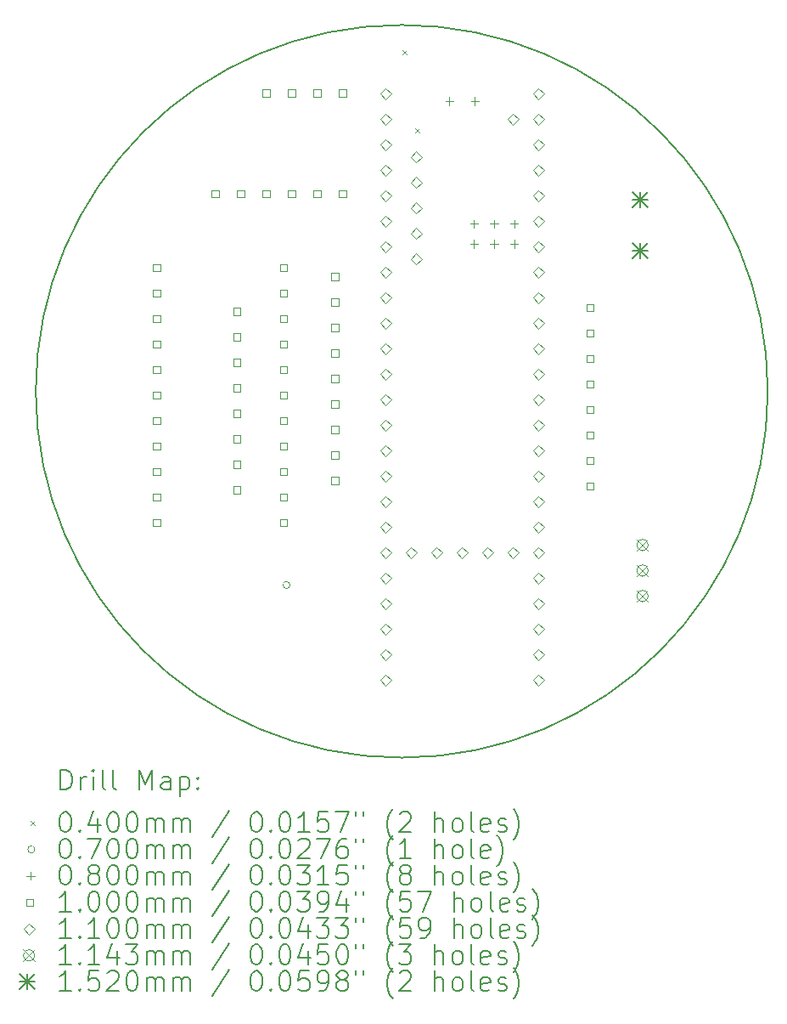
<source format=gbr>
%TF.GenerationSoftware,KiCad,Pcbnew,(6.0.8)*%
%TF.CreationDate,2023-03-06T23:42:04-08:00*%
%TF.ProjectId,ATP_Teensy,4154505f-5465-4656-9e73-792e6b696361,rev?*%
%TF.SameCoordinates,Original*%
%TF.FileFunction,Drillmap*%
%TF.FilePolarity,Positive*%
%FSLAX45Y45*%
G04 Gerber Fmt 4.5, Leading zero omitted, Abs format (unit mm)*
G04 Created by KiCad (PCBNEW (6.0.8)) date 2023-03-06 23:42:04*
%MOMM*%
%LPD*%
G01*
G04 APERTURE LIST*
%ADD10C,0.200000*%
%ADD11C,0.040000*%
%ADD12C,0.070000*%
%ADD13C,0.080000*%
%ADD14C,0.100000*%
%ADD15C,0.110000*%
%ADD16C,0.114300*%
%ADD17C,0.152000*%
G04 APERTURE END LIST*
D10*
X18923000Y-9906000D02*
G75*
G03*
X18923000Y-9906000I-3650000J0D01*
G01*
D11*
X15283500Y-6507800D02*
X15323500Y-6547800D01*
X15323500Y-6507800D02*
X15283500Y-6547800D01*
X15405300Y-7287700D02*
X15445300Y-7327700D01*
X15445300Y-7287700D02*
X15405300Y-7327700D01*
D12*
X14157400Y-11836400D02*
G75*
G03*
X14157400Y-11836400I-35000J0D01*
G01*
D13*
X15748000Y-6974000D02*
X15748000Y-7054000D01*
X15708000Y-7014000D02*
X15788000Y-7014000D01*
X15993160Y-8198000D02*
X15993160Y-8278000D01*
X15953160Y-8238000D02*
X16033160Y-8238000D01*
X15993160Y-8398000D02*
X15993160Y-8478000D01*
X15953160Y-8438000D02*
X16033160Y-8438000D01*
X16002000Y-6974000D02*
X16002000Y-7054000D01*
X15962000Y-7014000D02*
X16042000Y-7014000D01*
X16193160Y-8198000D02*
X16193160Y-8278000D01*
X16153160Y-8238000D02*
X16233160Y-8238000D01*
X16193160Y-8398000D02*
X16193160Y-8478000D01*
X16153160Y-8438000D02*
X16233160Y-8438000D01*
X16393160Y-8198000D02*
X16393160Y-8278000D01*
X16353160Y-8238000D02*
X16433160Y-8238000D01*
X16393160Y-8398000D02*
X16393160Y-8478000D01*
X16353160Y-8438000D02*
X16433160Y-8438000D01*
D14*
X12862356Y-8711356D02*
X12862356Y-8640644D01*
X12791644Y-8640644D01*
X12791644Y-8711356D01*
X12862356Y-8711356D01*
X12862356Y-8965356D02*
X12862356Y-8894644D01*
X12791644Y-8894644D01*
X12791644Y-8965356D01*
X12862356Y-8965356D01*
X12862356Y-9219356D02*
X12862356Y-9148644D01*
X12791644Y-9148644D01*
X12791644Y-9219356D01*
X12862356Y-9219356D01*
X12862356Y-9473356D02*
X12862356Y-9402644D01*
X12791644Y-9402644D01*
X12791644Y-9473356D01*
X12862356Y-9473356D01*
X12862356Y-9727356D02*
X12862356Y-9656644D01*
X12791644Y-9656644D01*
X12791644Y-9727356D01*
X12862356Y-9727356D01*
X12862356Y-9981356D02*
X12862356Y-9910644D01*
X12791644Y-9910644D01*
X12791644Y-9981356D01*
X12862356Y-9981356D01*
X12862356Y-10235356D02*
X12862356Y-10164644D01*
X12791644Y-10164644D01*
X12791644Y-10235356D01*
X12862356Y-10235356D01*
X12862356Y-10489356D02*
X12862356Y-10418644D01*
X12791644Y-10418644D01*
X12791644Y-10489356D01*
X12862356Y-10489356D01*
X12862356Y-10743356D02*
X12862356Y-10672644D01*
X12791644Y-10672644D01*
X12791644Y-10743356D01*
X12862356Y-10743356D01*
X12862356Y-10997356D02*
X12862356Y-10926644D01*
X12791644Y-10926644D01*
X12791644Y-10997356D01*
X12862356Y-10997356D01*
X12862356Y-11251356D02*
X12862356Y-11180644D01*
X12791644Y-11180644D01*
X12791644Y-11251356D01*
X12862356Y-11251356D01*
X13446556Y-7972856D02*
X13446556Y-7902144D01*
X13375844Y-7902144D01*
X13375844Y-7972856D01*
X13446556Y-7972856D01*
X13663106Y-9146981D02*
X13663106Y-9076269D01*
X13592394Y-9076269D01*
X13592394Y-9146981D01*
X13663106Y-9146981D01*
X13663106Y-9400981D02*
X13663106Y-9330269D01*
X13592394Y-9330269D01*
X13592394Y-9400981D01*
X13663106Y-9400981D01*
X13663106Y-9654981D02*
X13663106Y-9584269D01*
X13592394Y-9584269D01*
X13592394Y-9654981D01*
X13663106Y-9654981D01*
X13663106Y-9908981D02*
X13663106Y-9838269D01*
X13592394Y-9838269D01*
X13592394Y-9908981D01*
X13663106Y-9908981D01*
X13663106Y-10162981D02*
X13663106Y-10092269D01*
X13592394Y-10092269D01*
X13592394Y-10162981D01*
X13663106Y-10162981D01*
X13663106Y-10416981D02*
X13663106Y-10346269D01*
X13592394Y-10346269D01*
X13592394Y-10416981D01*
X13663106Y-10416981D01*
X13663106Y-10670981D02*
X13663106Y-10600269D01*
X13592394Y-10600269D01*
X13592394Y-10670981D01*
X13663106Y-10670981D01*
X13663106Y-10924981D02*
X13663106Y-10854269D01*
X13592394Y-10854269D01*
X13592394Y-10924981D01*
X13663106Y-10924981D01*
X13700556Y-7972856D02*
X13700556Y-7902144D01*
X13629844Y-7902144D01*
X13629844Y-7972856D01*
X13700556Y-7972856D01*
X13954556Y-7972856D02*
X13954556Y-7902144D01*
X13883844Y-7902144D01*
X13883844Y-7972856D01*
X13954556Y-7972856D01*
X13955556Y-6969556D02*
X13955556Y-6898844D01*
X13884844Y-6898844D01*
X13884844Y-6969556D01*
X13955556Y-6969556D01*
X14130356Y-8711356D02*
X14130356Y-8640644D01*
X14059644Y-8640644D01*
X14059644Y-8711356D01*
X14130356Y-8711356D01*
X14130356Y-8965356D02*
X14130356Y-8894644D01*
X14059644Y-8894644D01*
X14059644Y-8965356D01*
X14130356Y-8965356D01*
X14130356Y-9219356D02*
X14130356Y-9148644D01*
X14059644Y-9148644D01*
X14059644Y-9219356D01*
X14130356Y-9219356D01*
X14130356Y-9473356D02*
X14130356Y-9402644D01*
X14059644Y-9402644D01*
X14059644Y-9473356D01*
X14130356Y-9473356D01*
X14130356Y-9727356D02*
X14130356Y-9656644D01*
X14059644Y-9656644D01*
X14059644Y-9727356D01*
X14130356Y-9727356D01*
X14130356Y-9981356D02*
X14130356Y-9910644D01*
X14059644Y-9910644D01*
X14059644Y-9981356D01*
X14130356Y-9981356D01*
X14130356Y-10235356D02*
X14130356Y-10164644D01*
X14059644Y-10164644D01*
X14059644Y-10235356D01*
X14130356Y-10235356D01*
X14130356Y-10489356D02*
X14130356Y-10418644D01*
X14059644Y-10418644D01*
X14059644Y-10489356D01*
X14130356Y-10489356D01*
X14130356Y-10743356D02*
X14130356Y-10672644D01*
X14059644Y-10672644D01*
X14059644Y-10743356D01*
X14130356Y-10743356D01*
X14130356Y-10997356D02*
X14130356Y-10926644D01*
X14059644Y-10926644D01*
X14059644Y-10997356D01*
X14130356Y-10997356D01*
X14130356Y-11251356D02*
X14130356Y-11180644D01*
X14059644Y-11180644D01*
X14059644Y-11251356D01*
X14130356Y-11251356D01*
X14208556Y-7972856D02*
X14208556Y-7902144D01*
X14137844Y-7902144D01*
X14137844Y-7972856D01*
X14208556Y-7972856D01*
X14209556Y-6969556D02*
X14209556Y-6898844D01*
X14138844Y-6898844D01*
X14138844Y-6969556D01*
X14209556Y-6969556D01*
X14462556Y-7972856D02*
X14462556Y-7902144D01*
X14391844Y-7902144D01*
X14391844Y-7972856D01*
X14462556Y-7972856D01*
X14463556Y-6969556D02*
X14463556Y-6898844D01*
X14392844Y-6898844D01*
X14392844Y-6969556D01*
X14463556Y-6969556D01*
X14640356Y-8798356D02*
X14640356Y-8727644D01*
X14569644Y-8727644D01*
X14569644Y-8798356D01*
X14640356Y-8798356D01*
X14640356Y-9052356D02*
X14640356Y-8981644D01*
X14569644Y-8981644D01*
X14569644Y-9052356D01*
X14640356Y-9052356D01*
X14640356Y-9306356D02*
X14640356Y-9235644D01*
X14569644Y-9235644D01*
X14569644Y-9306356D01*
X14640356Y-9306356D01*
X14640356Y-9560356D02*
X14640356Y-9489644D01*
X14569644Y-9489644D01*
X14569644Y-9560356D01*
X14640356Y-9560356D01*
X14640356Y-9814356D02*
X14640356Y-9743644D01*
X14569644Y-9743644D01*
X14569644Y-9814356D01*
X14640356Y-9814356D01*
X14640356Y-10068356D02*
X14640356Y-9997644D01*
X14569644Y-9997644D01*
X14569644Y-10068356D01*
X14640356Y-10068356D01*
X14640356Y-10322356D02*
X14640356Y-10251644D01*
X14569644Y-10251644D01*
X14569644Y-10322356D01*
X14640356Y-10322356D01*
X14640356Y-10576356D02*
X14640356Y-10505644D01*
X14569644Y-10505644D01*
X14569644Y-10576356D01*
X14640356Y-10576356D01*
X14640356Y-10830356D02*
X14640356Y-10759644D01*
X14569644Y-10759644D01*
X14569644Y-10830356D01*
X14640356Y-10830356D01*
X14716556Y-7972856D02*
X14716556Y-7902144D01*
X14645844Y-7902144D01*
X14645844Y-7972856D01*
X14716556Y-7972856D01*
X14717556Y-6969556D02*
X14717556Y-6898844D01*
X14646844Y-6898844D01*
X14646844Y-6969556D01*
X14717556Y-6969556D01*
X17184856Y-9106106D02*
X17184856Y-9035394D01*
X17114144Y-9035394D01*
X17114144Y-9106106D01*
X17184856Y-9106106D01*
X17184856Y-9360106D02*
X17184856Y-9289394D01*
X17114144Y-9289394D01*
X17114144Y-9360106D01*
X17184856Y-9360106D01*
X17184856Y-9614106D02*
X17184856Y-9543394D01*
X17114144Y-9543394D01*
X17114144Y-9614106D01*
X17184856Y-9614106D01*
X17184856Y-9868106D02*
X17184856Y-9797394D01*
X17114144Y-9797394D01*
X17114144Y-9868106D01*
X17184856Y-9868106D01*
X17184856Y-10122106D02*
X17184856Y-10051394D01*
X17114144Y-10051394D01*
X17114144Y-10122106D01*
X17184856Y-10122106D01*
X17184856Y-10376106D02*
X17184856Y-10305394D01*
X17114144Y-10305394D01*
X17114144Y-10376106D01*
X17184856Y-10376106D01*
X17184856Y-10630106D02*
X17184856Y-10559394D01*
X17114144Y-10559394D01*
X17114144Y-10630106D01*
X17184856Y-10630106D01*
X17184856Y-10884106D02*
X17184856Y-10813394D01*
X17114144Y-10813394D01*
X17114144Y-10884106D01*
X17184856Y-10884106D01*
D15*
X15113000Y-6996000D02*
X15168000Y-6941000D01*
X15113000Y-6886000D01*
X15058000Y-6941000D01*
X15113000Y-6996000D01*
X15113000Y-7250000D02*
X15168000Y-7195000D01*
X15113000Y-7140000D01*
X15058000Y-7195000D01*
X15113000Y-7250000D01*
X15113000Y-7504000D02*
X15168000Y-7449000D01*
X15113000Y-7394000D01*
X15058000Y-7449000D01*
X15113000Y-7504000D01*
X15113000Y-7758000D02*
X15168000Y-7703000D01*
X15113000Y-7648000D01*
X15058000Y-7703000D01*
X15113000Y-7758000D01*
X15113000Y-8012000D02*
X15168000Y-7957000D01*
X15113000Y-7902000D01*
X15058000Y-7957000D01*
X15113000Y-8012000D01*
X15113000Y-8266000D02*
X15168000Y-8211000D01*
X15113000Y-8156000D01*
X15058000Y-8211000D01*
X15113000Y-8266000D01*
X15113000Y-8520000D02*
X15168000Y-8465000D01*
X15113000Y-8410000D01*
X15058000Y-8465000D01*
X15113000Y-8520000D01*
X15113000Y-8774000D02*
X15168000Y-8719000D01*
X15113000Y-8664000D01*
X15058000Y-8719000D01*
X15113000Y-8774000D01*
X15113000Y-9028000D02*
X15168000Y-8973000D01*
X15113000Y-8918000D01*
X15058000Y-8973000D01*
X15113000Y-9028000D01*
X15113000Y-9282000D02*
X15168000Y-9227000D01*
X15113000Y-9172000D01*
X15058000Y-9227000D01*
X15113000Y-9282000D01*
X15113000Y-9536000D02*
X15168000Y-9481000D01*
X15113000Y-9426000D01*
X15058000Y-9481000D01*
X15113000Y-9536000D01*
X15113000Y-9790000D02*
X15168000Y-9735000D01*
X15113000Y-9680000D01*
X15058000Y-9735000D01*
X15113000Y-9790000D01*
X15113000Y-10044000D02*
X15168000Y-9989000D01*
X15113000Y-9934000D01*
X15058000Y-9989000D01*
X15113000Y-10044000D01*
X15113000Y-10298000D02*
X15168000Y-10243000D01*
X15113000Y-10188000D01*
X15058000Y-10243000D01*
X15113000Y-10298000D01*
X15113000Y-10552000D02*
X15168000Y-10497000D01*
X15113000Y-10442000D01*
X15058000Y-10497000D01*
X15113000Y-10552000D01*
X15113000Y-10806000D02*
X15168000Y-10751000D01*
X15113000Y-10696000D01*
X15058000Y-10751000D01*
X15113000Y-10806000D01*
X15113000Y-11060000D02*
X15168000Y-11005000D01*
X15113000Y-10950000D01*
X15058000Y-11005000D01*
X15113000Y-11060000D01*
X15113000Y-11314000D02*
X15168000Y-11259000D01*
X15113000Y-11204000D01*
X15058000Y-11259000D01*
X15113000Y-11314000D01*
X15113000Y-11568000D02*
X15168000Y-11513000D01*
X15113000Y-11458000D01*
X15058000Y-11513000D01*
X15113000Y-11568000D01*
X15113000Y-11822000D02*
X15168000Y-11767000D01*
X15113000Y-11712000D01*
X15058000Y-11767000D01*
X15113000Y-11822000D01*
X15113000Y-12076000D02*
X15168000Y-12021000D01*
X15113000Y-11966000D01*
X15058000Y-12021000D01*
X15113000Y-12076000D01*
X15113000Y-12330000D02*
X15168000Y-12275000D01*
X15113000Y-12220000D01*
X15058000Y-12275000D01*
X15113000Y-12330000D01*
X15113000Y-12584000D02*
X15168000Y-12529000D01*
X15113000Y-12474000D01*
X15058000Y-12529000D01*
X15113000Y-12584000D01*
X15113000Y-12838000D02*
X15168000Y-12783000D01*
X15113000Y-12728000D01*
X15058000Y-12783000D01*
X15113000Y-12838000D01*
X15367000Y-11568000D02*
X15422000Y-11513000D01*
X15367000Y-11458000D01*
X15312000Y-11513000D01*
X15367000Y-11568000D01*
X15418080Y-7625920D02*
X15473080Y-7570920D01*
X15418080Y-7515920D01*
X15363080Y-7570920D01*
X15418080Y-7625920D01*
X15418080Y-7879920D02*
X15473080Y-7824920D01*
X15418080Y-7769920D01*
X15363080Y-7824920D01*
X15418080Y-7879920D01*
X15418080Y-8133920D02*
X15473080Y-8078920D01*
X15418080Y-8023920D01*
X15363080Y-8078920D01*
X15418080Y-8133920D01*
X15418080Y-8387920D02*
X15473080Y-8332920D01*
X15418080Y-8277920D01*
X15363080Y-8332920D01*
X15418080Y-8387920D01*
X15418080Y-8641920D02*
X15473080Y-8586920D01*
X15418080Y-8531920D01*
X15363080Y-8586920D01*
X15418080Y-8641920D01*
X15621000Y-11568000D02*
X15676000Y-11513000D01*
X15621000Y-11458000D01*
X15566000Y-11513000D01*
X15621000Y-11568000D01*
X15875000Y-11568000D02*
X15930000Y-11513000D01*
X15875000Y-11458000D01*
X15820000Y-11513000D01*
X15875000Y-11568000D01*
X16129000Y-11568000D02*
X16184000Y-11513000D01*
X16129000Y-11458000D01*
X16074000Y-11513000D01*
X16129000Y-11568000D01*
X16383000Y-7250000D02*
X16438000Y-7195000D01*
X16383000Y-7140000D01*
X16328000Y-7195000D01*
X16383000Y-7250000D01*
X16383000Y-11568000D02*
X16438000Y-11513000D01*
X16383000Y-11458000D01*
X16328000Y-11513000D01*
X16383000Y-11568000D01*
X16637000Y-6996000D02*
X16692000Y-6941000D01*
X16637000Y-6886000D01*
X16582000Y-6941000D01*
X16637000Y-6996000D01*
X16637000Y-7250000D02*
X16692000Y-7195000D01*
X16637000Y-7140000D01*
X16582000Y-7195000D01*
X16637000Y-7250000D01*
X16637000Y-7504000D02*
X16692000Y-7449000D01*
X16637000Y-7394000D01*
X16582000Y-7449000D01*
X16637000Y-7504000D01*
X16637000Y-7758000D02*
X16692000Y-7703000D01*
X16637000Y-7648000D01*
X16582000Y-7703000D01*
X16637000Y-7758000D01*
X16637000Y-8012000D02*
X16692000Y-7957000D01*
X16637000Y-7902000D01*
X16582000Y-7957000D01*
X16637000Y-8012000D01*
X16637000Y-8266000D02*
X16692000Y-8211000D01*
X16637000Y-8156000D01*
X16582000Y-8211000D01*
X16637000Y-8266000D01*
X16637000Y-8520000D02*
X16692000Y-8465000D01*
X16637000Y-8410000D01*
X16582000Y-8465000D01*
X16637000Y-8520000D01*
X16637000Y-8774000D02*
X16692000Y-8719000D01*
X16637000Y-8664000D01*
X16582000Y-8719000D01*
X16637000Y-8774000D01*
X16637000Y-9028000D02*
X16692000Y-8973000D01*
X16637000Y-8918000D01*
X16582000Y-8973000D01*
X16637000Y-9028000D01*
X16637000Y-9282000D02*
X16692000Y-9227000D01*
X16637000Y-9172000D01*
X16582000Y-9227000D01*
X16637000Y-9282000D01*
X16637000Y-9536000D02*
X16692000Y-9481000D01*
X16637000Y-9426000D01*
X16582000Y-9481000D01*
X16637000Y-9536000D01*
X16637000Y-9790000D02*
X16692000Y-9735000D01*
X16637000Y-9680000D01*
X16582000Y-9735000D01*
X16637000Y-9790000D01*
X16637000Y-10044000D02*
X16692000Y-9989000D01*
X16637000Y-9934000D01*
X16582000Y-9989000D01*
X16637000Y-10044000D01*
X16637000Y-10298000D02*
X16692000Y-10243000D01*
X16637000Y-10188000D01*
X16582000Y-10243000D01*
X16637000Y-10298000D01*
X16637000Y-10552000D02*
X16692000Y-10497000D01*
X16637000Y-10442000D01*
X16582000Y-10497000D01*
X16637000Y-10552000D01*
X16637000Y-10806000D02*
X16692000Y-10751000D01*
X16637000Y-10696000D01*
X16582000Y-10751000D01*
X16637000Y-10806000D01*
X16637000Y-11060000D02*
X16692000Y-11005000D01*
X16637000Y-10950000D01*
X16582000Y-11005000D01*
X16637000Y-11060000D01*
X16637000Y-11314000D02*
X16692000Y-11259000D01*
X16637000Y-11204000D01*
X16582000Y-11259000D01*
X16637000Y-11314000D01*
X16637000Y-11568000D02*
X16692000Y-11513000D01*
X16637000Y-11458000D01*
X16582000Y-11513000D01*
X16637000Y-11568000D01*
X16637000Y-11822000D02*
X16692000Y-11767000D01*
X16637000Y-11712000D01*
X16582000Y-11767000D01*
X16637000Y-11822000D01*
X16637000Y-12076000D02*
X16692000Y-12021000D01*
X16637000Y-11966000D01*
X16582000Y-12021000D01*
X16637000Y-12076000D01*
X16637000Y-12330000D02*
X16692000Y-12275000D01*
X16637000Y-12220000D01*
X16582000Y-12275000D01*
X16637000Y-12330000D01*
X16637000Y-12584000D02*
X16692000Y-12529000D01*
X16637000Y-12474000D01*
X16582000Y-12529000D01*
X16637000Y-12584000D01*
X16637000Y-12838000D02*
X16692000Y-12783000D01*
X16637000Y-12728000D01*
X16582000Y-12783000D01*
X16637000Y-12838000D01*
D16*
X17616170Y-11380450D02*
X17730470Y-11494750D01*
X17730470Y-11380450D02*
X17616170Y-11494750D01*
X17730470Y-11437600D02*
G75*
G03*
X17730470Y-11437600I-57150J0D01*
G01*
X17616170Y-11634450D02*
X17730470Y-11748750D01*
X17730470Y-11634450D02*
X17616170Y-11748750D01*
X17730470Y-11691600D02*
G75*
G03*
X17730470Y-11691600I-57150J0D01*
G01*
X17616170Y-11888450D02*
X17730470Y-12002750D01*
X17730470Y-11888450D02*
X17616170Y-12002750D01*
X17730470Y-11945600D02*
G75*
G03*
X17730470Y-11945600I-57150J0D01*
G01*
D17*
X17577000Y-7925000D02*
X17729000Y-8077000D01*
X17729000Y-7925000D02*
X17577000Y-8077000D01*
X17653000Y-7925000D02*
X17653000Y-8077000D01*
X17577000Y-8001000D02*
X17729000Y-8001000D01*
X17577000Y-8433000D02*
X17729000Y-8585000D01*
X17729000Y-8433000D02*
X17577000Y-8585000D01*
X17653000Y-8433000D02*
X17653000Y-8585000D01*
X17577000Y-8509000D02*
X17729000Y-8509000D01*
D10*
X11870619Y-13876476D02*
X11870619Y-13676476D01*
X11918238Y-13676476D01*
X11946809Y-13686000D01*
X11965857Y-13705048D01*
X11975381Y-13724095D01*
X11984905Y-13762190D01*
X11984905Y-13790762D01*
X11975381Y-13828857D01*
X11965857Y-13847905D01*
X11946809Y-13866952D01*
X11918238Y-13876476D01*
X11870619Y-13876476D01*
X12070619Y-13876476D02*
X12070619Y-13743143D01*
X12070619Y-13781238D02*
X12080143Y-13762190D01*
X12089667Y-13752667D01*
X12108714Y-13743143D01*
X12127762Y-13743143D01*
X12194428Y-13876476D02*
X12194428Y-13743143D01*
X12194428Y-13676476D02*
X12184905Y-13686000D01*
X12194428Y-13695524D01*
X12203952Y-13686000D01*
X12194428Y-13676476D01*
X12194428Y-13695524D01*
X12318238Y-13876476D02*
X12299190Y-13866952D01*
X12289667Y-13847905D01*
X12289667Y-13676476D01*
X12423000Y-13876476D02*
X12403952Y-13866952D01*
X12394428Y-13847905D01*
X12394428Y-13676476D01*
X12651571Y-13876476D02*
X12651571Y-13676476D01*
X12718238Y-13819333D01*
X12784905Y-13676476D01*
X12784905Y-13876476D01*
X12965857Y-13876476D02*
X12965857Y-13771714D01*
X12956333Y-13752667D01*
X12937286Y-13743143D01*
X12899190Y-13743143D01*
X12880143Y-13752667D01*
X12965857Y-13866952D02*
X12946809Y-13876476D01*
X12899190Y-13876476D01*
X12880143Y-13866952D01*
X12870619Y-13847905D01*
X12870619Y-13828857D01*
X12880143Y-13809809D01*
X12899190Y-13800286D01*
X12946809Y-13800286D01*
X12965857Y-13790762D01*
X13061095Y-13743143D02*
X13061095Y-13943143D01*
X13061095Y-13752667D02*
X13080143Y-13743143D01*
X13118238Y-13743143D01*
X13137286Y-13752667D01*
X13146809Y-13762190D01*
X13156333Y-13781238D01*
X13156333Y-13838381D01*
X13146809Y-13857428D01*
X13137286Y-13866952D01*
X13118238Y-13876476D01*
X13080143Y-13876476D01*
X13061095Y-13866952D01*
X13242048Y-13857428D02*
X13251571Y-13866952D01*
X13242048Y-13876476D01*
X13232524Y-13866952D01*
X13242048Y-13857428D01*
X13242048Y-13876476D01*
X13242048Y-13752667D02*
X13251571Y-13762190D01*
X13242048Y-13771714D01*
X13232524Y-13762190D01*
X13242048Y-13752667D01*
X13242048Y-13771714D01*
D11*
X11573000Y-14186000D02*
X11613000Y-14226000D01*
X11613000Y-14186000D02*
X11573000Y-14226000D01*
D10*
X11908714Y-14096476D02*
X11927762Y-14096476D01*
X11946809Y-14106000D01*
X11956333Y-14115524D01*
X11965857Y-14134571D01*
X11975381Y-14172667D01*
X11975381Y-14220286D01*
X11965857Y-14258381D01*
X11956333Y-14277428D01*
X11946809Y-14286952D01*
X11927762Y-14296476D01*
X11908714Y-14296476D01*
X11889667Y-14286952D01*
X11880143Y-14277428D01*
X11870619Y-14258381D01*
X11861095Y-14220286D01*
X11861095Y-14172667D01*
X11870619Y-14134571D01*
X11880143Y-14115524D01*
X11889667Y-14106000D01*
X11908714Y-14096476D01*
X12061095Y-14277428D02*
X12070619Y-14286952D01*
X12061095Y-14296476D01*
X12051571Y-14286952D01*
X12061095Y-14277428D01*
X12061095Y-14296476D01*
X12242048Y-14163143D02*
X12242048Y-14296476D01*
X12194428Y-14086952D02*
X12146809Y-14229809D01*
X12270619Y-14229809D01*
X12384905Y-14096476D02*
X12403952Y-14096476D01*
X12423000Y-14106000D01*
X12432524Y-14115524D01*
X12442048Y-14134571D01*
X12451571Y-14172667D01*
X12451571Y-14220286D01*
X12442048Y-14258381D01*
X12432524Y-14277428D01*
X12423000Y-14286952D01*
X12403952Y-14296476D01*
X12384905Y-14296476D01*
X12365857Y-14286952D01*
X12356333Y-14277428D01*
X12346809Y-14258381D01*
X12337286Y-14220286D01*
X12337286Y-14172667D01*
X12346809Y-14134571D01*
X12356333Y-14115524D01*
X12365857Y-14106000D01*
X12384905Y-14096476D01*
X12575381Y-14096476D02*
X12594428Y-14096476D01*
X12613476Y-14106000D01*
X12623000Y-14115524D01*
X12632524Y-14134571D01*
X12642048Y-14172667D01*
X12642048Y-14220286D01*
X12632524Y-14258381D01*
X12623000Y-14277428D01*
X12613476Y-14286952D01*
X12594428Y-14296476D01*
X12575381Y-14296476D01*
X12556333Y-14286952D01*
X12546809Y-14277428D01*
X12537286Y-14258381D01*
X12527762Y-14220286D01*
X12527762Y-14172667D01*
X12537286Y-14134571D01*
X12546809Y-14115524D01*
X12556333Y-14106000D01*
X12575381Y-14096476D01*
X12727762Y-14296476D02*
X12727762Y-14163143D01*
X12727762Y-14182190D02*
X12737286Y-14172667D01*
X12756333Y-14163143D01*
X12784905Y-14163143D01*
X12803952Y-14172667D01*
X12813476Y-14191714D01*
X12813476Y-14296476D01*
X12813476Y-14191714D02*
X12823000Y-14172667D01*
X12842048Y-14163143D01*
X12870619Y-14163143D01*
X12889667Y-14172667D01*
X12899190Y-14191714D01*
X12899190Y-14296476D01*
X12994428Y-14296476D02*
X12994428Y-14163143D01*
X12994428Y-14182190D02*
X13003952Y-14172667D01*
X13023000Y-14163143D01*
X13051571Y-14163143D01*
X13070619Y-14172667D01*
X13080143Y-14191714D01*
X13080143Y-14296476D01*
X13080143Y-14191714D02*
X13089667Y-14172667D01*
X13108714Y-14163143D01*
X13137286Y-14163143D01*
X13156333Y-14172667D01*
X13165857Y-14191714D01*
X13165857Y-14296476D01*
X13556333Y-14086952D02*
X13384905Y-14344095D01*
X13813476Y-14096476D02*
X13832524Y-14096476D01*
X13851571Y-14106000D01*
X13861095Y-14115524D01*
X13870619Y-14134571D01*
X13880143Y-14172667D01*
X13880143Y-14220286D01*
X13870619Y-14258381D01*
X13861095Y-14277428D01*
X13851571Y-14286952D01*
X13832524Y-14296476D01*
X13813476Y-14296476D01*
X13794428Y-14286952D01*
X13784905Y-14277428D01*
X13775381Y-14258381D01*
X13765857Y-14220286D01*
X13765857Y-14172667D01*
X13775381Y-14134571D01*
X13784905Y-14115524D01*
X13794428Y-14106000D01*
X13813476Y-14096476D01*
X13965857Y-14277428D02*
X13975381Y-14286952D01*
X13965857Y-14296476D01*
X13956333Y-14286952D01*
X13965857Y-14277428D01*
X13965857Y-14296476D01*
X14099190Y-14096476D02*
X14118238Y-14096476D01*
X14137286Y-14106000D01*
X14146809Y-14115524D01*
X14156333Y-14134571D01*
X14165857Y-14172667D01*
X14165857Y-14220286D01*
X14156333Y-14258381D01*
X14146809Y-14277428D01*
X14137286Y-14286952D01*
X14118238Y-14296476D01*
X14099190Y-14296476D01*
X14080143Y-14286952D01*
X14070619Y-14277428D01*
X14061095Y-14258381D01*
X14051571Y-14220286D01*
X14051571Y-14172667D01*
X14061095Y-14134571D01*
X14070619Y-14115524D01*
X14080143Y-14106000D01*
X14099190Y-14096476D01*
X14356333Y-14296476D02*
X14242048Y-14296476D01*
X14299190Y-14296476D02*
X14299190Y-14096476D01*
X14280143Y-14125048D01*
X14261095Y-14144095D01*
X14242048Y-14153619D01*
X14537286Y-14096476D02*
X14442048Y-14096476D01*
X14432524Y-14191714D01*
X14442048Y-14182190D01*
X14461095Y-14172667D01*
X14508714Y-14172667D01*
X14527762Y-14182190D01*
X14537286Y-14191714D01*
X14546809Y-14210762D01*
X14546809Y-14258381D01*
X14537286Y-14277428D01*
X14527762Y-14286952D01*
X14508714Y-14296476D01*
X14461095Y-14296476D01*
X14442048Y-14286952D01*
X14432524Y-14277428D01*
X14613476Y-14096476D02*
X14746809Y-14096476D01*
X14661095Y-14296476D01*
X14813476Y-14096476D02*
X14813476Y-14134571D01*
X14889667Y-14096476D02*
X14889667Y-14134571D01*
X15184905Y-14372667D02*
X15175381Y-14363143D01*
X15156333Y-14334571D01*
X15146809Y-14315524D01*
X15137286Y-14286952D01*
X15127762Y-14239333D01*
X15127762Y-14201238D01*
X15137286Y-14153619D01*
X15146809Y-14125048D01*
X15156333Y-14106000D01*
X15175381Y-14077428D01*
X15184905Y-14067905D01*
X15251571Y-14115524D02*
X15261095Y-14106000D01*
X15280143Y-14096476D01*
X15327762Y-14096476D01*
X15346809Y-14106000D01*
X15356333Y-14115524D01*
X15365857Y-14134571D01*
X15365857Y-14153619D01*
X15356333Y-14182190D01*
X15242048Y-14296476D01*
X15365857Y-14296476D01*
X15603952Y-14296476D02*
X15603952Y-14096476D01*
X15689667Y-14296476D02*
X15689667Y-14191714D01*
X15680143Y-14172667D01*
X15661095Y-14163143D01*
X15632524Y-14163143D01*
X15613476Y-14172667D01*
X15603952Y-14182190D01*
X15813476Y-14296476D02*
X15794428Y-14286952D01*
X15784905Y-14277428D01*
X15775381Y-14258381D01*
X15775381Y-14201238D01*
X15784905Y-14182190D01*
X15794428Y-14172667D01*
X15813476Y-14163143D01*
X15842048Y-14163143D01*
X15861095Y-14172667D01*
X15870619Y-14182190D01*
X15880143Y-14201238D01*
X15880143Y-14258381D01*
X15870619Y-14277428D01*
X15861095Y-14286952D01*
X15842048Y-14296476D01*
X15813476Y-14296476D01*
X15994428Y-14296476D02*
X15975381Y-14286952D01*
X15965857Y-14267905D01*
X15965857Y-14096476D01*
X16146809Y-14286952D02*
X16127762Y-14296476D01*
X16089667Y-14296476D01*
X16070619Y-14286952D01*
X16061095Y-14267905D01*
X16061095Y-14191714D01*
X16070619Y-14172667D01*
X16089667Y-14163143D01*
X16127762Y-14163143D01*
X16146809Y-14172667D01*
X16156333Y-14191714D01*
X16156333Y-14210762D01*
X16061095Y-14229809D01*
X16232524Y-14286952D02*
X16251571Y-14296476D01*
X16289667Y-14296476D01*
X16308714Y-14286952D01*
X16318238Y-14267905D01*
X16318238Y-14258381D01*
X16308714Y-14239333D01*
X16289667Y-14229809D01*
X16261095Y-14229809D01*
X16242048Y-14220286D01*
X16232524Y-14201238D01*
X16232524Y-14191714D01*
X16242048Y-14172667D01*
X16261095Y-14163143D01*
X16289667Y-14163143D01*
X16308714Y-14172667D01*
X16384905Y-14372667D02*
X16394428Y-14363143D01*
X16413476Y-14334571D01*
X16423000Y-14315524D01*
X16432524Y-14286952D01*
X16442048Y-14239333D01*
X16442048Y-14201238D01*
X16432524Y-14153619D01*
X16423000Y-14125048D01*
X16413476Y-14106000D01*
X16394428Y-14077428D01*
X16384905Y-14067905D01*
D12*
X11613000Y-14470000D02*
G75*
G03*
X11613000Y-14470000I-35000J0D01*
G01*
D10*
X11908714Y-14360476D02*
X11927762Y-14360476D01*
X11946809Y-14370000D01*
X11956333Y-14379524D01*
X11965857Y-14398571D01*
X11975381Y-14436667D01*
X11975381Y-14484286D01*
X11965857Y-14522381D01*
X11956333Y-14541428D01*
X11946809Y-14550952D01*
X11927762Y-14560476D01*
X11908714Y-14560476D01*
X11889667Y-14550952D01*
X11880143Y-14541428D01*
X11870619Y-14522381D01*
X11861095Y-14484286D01*
X11861095Y-14436667D01*
X11870619Y-14398571D01*
X11880143Y-14379524D01*
X11889667Y-14370000D01*
X11908714Y-14360476D01*
X12061095Y-14541428D02*
X12070619Y-14550952D01*
X12061095Y-14560476D01*
X12051571Y-14550952D01*
X12061095Y-14541428D01*
X12061095Y-14560476D01*
X12137286Y-14360476D02*
X12270619Y-14360476D01*
X12184905Y-14560476D01*
X12384905Y-14360476D02*
X12403952Y-14360476D01*
X12423000Y-14370000D01*
X12432524Y-14379524D01*
X12442048Y-14398571D01*
X12451571Y-14436667D01*
X12451571Y-14484286D01*
X12442048Y-14522381D01*
X12432524Y-14541428D01*
X12423000Y-14550952D01*
X12403952Y-14560476D01*
X12384905Y-14560476D01*
X12365857Y-14550952D01*
X12356333Y-14541428D01*
X12346809Y-14522381D01*
X12337286Y-14484286D01*
X12337286Y-14436667D01*
X12346809Y-14398571D01*
X12356333Y-14379524D01*
X12365857Y-14370000D01*
X12384905Y-14360476D01*
X12575381Y-14360476D02*
X12594428Y-14360476D01*
X12613476Y-14370000D01*
X12623000Y-14379524D01*
X12632524Y-14398571D01*
X12642048Y-14436667D01*
X12642048Y-14484286D01*
X12632524Y-14522381D01*
X12623000Y-14541428D01*
X12613476Y-14550952D01*
X12594428Y-14560476D01*
X12575381Y-14560476D01*
X12556333Y-14550952D01*
X12546809Y-14541428D01*
X12537286Y-14522381D01*
X12527762Y-14484286D01*
X12527762Y-14436667D01*
X12537286Y-14398571D01*
X12546809Y-14379524D01*
X12556333Y-14370000D01*
X12575381Y-14360476D01*
X12727762Y-14560476D02*
X12727762Y-14427143D01*
X12727762Y-14446190D02*
X12737286Y-14436667D01*
X12756333Y-14427143D01*
X12784905Y-14427143D01*
X12803952Y-14436667D01*
X12813476Y-14455714D01*
X12813476Y-14560476D01*
X12813476Y-14455714D02*
X12823000Y-14436667D01*
X12842048Y-14427143D01*
X12870619Y-14427143D01*
X12889667Y-14436667D01*
X12899190Y-14455714D01*
X12899190Y-14560476D01*
X12994428Y-14560476D02*
X12994428Y-14427143D01*
X12994428Y-14446190D02*
X13003952Y-14436667D01*
X13023000Y-14427143D01*
X13051571Y-14427143D01*
X13070619Y-14436667D01*
X13080143Y-14455714D01*
X13080143Y-14560476D01*
X13080143Y-14455714D02*
X13089667Y-14436667D01*
X13108714Y-14427143D01*
X13137286Y-14427143D01*
X13156333Y-14436667D01*
X13165857Y-14455714D01*
X13165857Y-14560476D01*
X13556333Y-14350952D02*
X13384905Y-14608095D01*
X13813476Y-14360476D02*
X13832524Y-14360476D01*
X13851571Y-14370000D01*
X13861095Y-14379524D01*
X13870619Y-14398571D01*
X13880143Y-14436667D01*
X13880143Y-14484286D01*
X13870619Y-14522381D01*
X13861095Y-14541428D01*
X13851571Y-14550952D01*
X13832524Y-14560476D01*
X13813476Y-14560476D01*
X13794428Y-14550952D01*
X13784905Y-14541428D01*
X13775381Y-14522381D01*
X13765857Y-14484286D01*
X13765857Y-14436667D01*
X13775381Y-14398571D01*
X13784905Y-14379524D01*
X13794428Y-14370000D01*
X13813476Y-14360476D01*
X13965857Y-14541428D02*
X13975381Y-14550952D01*
X13965857Y-14560476D01*
X13956333Y-14550952D01*
X13965857Y-14541428D01*
X13965857Y-14560476D01*
X14099190Y-14360476D02*
X14118238Y-14360476D01*
X14137286Y-14370000D01*
X14146809Y-14379524D01*
X14156333Y-14398571D01*
X14165857Y-14436667D01*
X14165857Y-14484286D01*
X14156333Y-14522381D01*
X14146809Y-14541428D01*
X14137286Y-14550952D01*
X14118238Y-14560476D01*
X14099190Y-14560476D01*
X14080143Y-14550952D01*
X14070619Y-14541428D01*
X14061095Y-14522381D01*
X14051571Y-14484286D01*
X14051571Y-14436667D01*
X14061095Y-14398571D01*
X14070619Y-14379524D01*
X14080143Y-14370000D01*
X14099190Y-14360476D01*
X14242048Y-14379524D02*
X14251571Y-14370000D01*
X14270619Y-14360476D01*
X14318238Y-14360476D01*
X14337286Y-14370000D01*
X14346809Y-14379524D01*
X14356333Y-14398571D01*
X14356333Y-14417619D01*
X14346809Y-14446190D01*
X14232524Y-14560476D01*
X14356333Y-14560476D01*
X14423000Y-14360476D02*
X14556333Y-14360476D01*
X14470619Y-14560476D01*
X14718238Y-14360476D02*
X14680143Y-14360476D01*
X14661095Y-14370000D01*
X14651571Y-14379524D01*
X14632524Y-14408095D01*
X14623000Y-14446190D01*
X14623000Y-14522381D01*
X14632524Y-14541428D01*
X14642048Y-14550952D01*
X14661095Y-14560476D01*
X14699190Y-14560476D01*
X14718238Y-14550952D01*
X14727762Y-14541428D01*
X14737286Y-14522381D01*
X14737286Y-14474762D01*
X14727762Y-14455714D01*
X14718238Y-14446190D01*
X14699190Y-14436667D01*
X14661095Y-14436667D01*
X14642048Y-14446190D01*
X14632524Y-14455714D01*
X14623000Y-14474762D01*
X14813476Y-14360476D02*
X14813476Y-14398571D01*
X14889667Y-14360476D02*
X14889667Y-14398571D01*
X15184905Y-14636667D02*
X15175381Y-14627143D01*
X15156333Y-14598571D01*
X15146809Y-14579524D01*
X15137286Y-14550952D01*
X15127762Y-14503333D01*
X15127762Y-14465238D01*
X15137286Y-14417619D01*
X15146809Y-14389048D01*
X15156333Y-14370000D01*
X15175381Y-14341428D01*
X15184905Y-14331905D01*
X15365857Y-14560476D02*
X15251571Y-14560476D01*
X15308714Y-14560476D02*
X15308714Y-14360476D01*
X15289667Y-14389048D01*
X15270619Y-14408095D01*
X15251571Y-14417619D01*
X15603952Y-14560476D02*
X15603952Y-14360476D01*
X15689667Y-14560476D02*
X15689667Y-14455714D01*
X15680143Y-14436667D01*
X15661095Y-14427143D01*
X15632524Y-14427143D01*
X15613476Y-14436667D01*
X15603952Y-14446190D01*
X15813476Y-14560476D02*
X15794428Y-14550952D01*
X15784905Y-14541428D01*
X15775381Y-14522381D01*
X15775381Y-14465238D01*
X15784905Y-14446190D01*
X15794428Y-14436667D01*
X15813476Y-14427143D01*
X15842048Y-14427143D01*
X15861095Y-14436667D01*
X15870619Y-14446190D01*
X15880143Y-14465238D01*
X15880143Y-14522381D01*
X15870619Y-14541428D01*
X15861095Y-14550952D01*
X15842048Y-14560476D01*
X15813476Y-14560476D01*
X15994428Y-14560476D02*
X15975381Y-14550952D01*
X15965857Y-14531905D01*
X15965857Y-14360476D01*
X16146809Y-14550952D02*
X16127762Y-14560476D01*
X16089667Y-14560476D01*
X16070619Y-14550952D01*
X16061095Y-14531905D01*
X16061095Y-14455714D01*
X16070619Y-14436667D01*
X16089667Y-14427143D01*
X16127762Y-14427143D01*
X16146809Y-14436667D01*
X16156333Y-14455714D01*
X16156333Y-14474762D01*
X16061095Y-14493809D01*
X16223000Y-14636667D02*
X16232524Y-14627143D01*
X16251571Y-14598571D01*
X16261095Y-14579524D01*
X16270619Y-14550952D01*
X16280143Y-14503333D01*
X16280143Y-14465238D01*
X16270619Y-14417619D01*
X16261095Y-14389048D01*
X16251571Y-14370000D01*
X16232524Y-14341428D01*
X16223000Y-14331905D01*
D13*
X11573000Y-14694000D02*
X11573000Y-14774000D01*
X11533000Y-14734000D02*
X11613000Y-14734000D01*
D10*
X11908714Y-14624476D02*
X11927762Y-14624476D01*
X11946809Y-14634000D01*
X11956333Y-14643524D01*
X11965857Y-14662571D01*
X11975381Y-14700667D01*
X11975381Y-14748286D01*
X11965857Y-14786381D01*
X11956333Y-14805428D01*
X11946809Y-14814952D01*
X11927762Y-14824476D01*
X11908714Y-14824476D01*
X11889667Y-14814952D01*
X11880143Y-14805428D01*
X11870619Y-14786381D01*
X11861095Y-14748286D01*
X11861095Y-14700667D01*
X11870619Y-14662571D01*
X11880143Y-14643524D01*
X11889667Y-14634000D01*
X11908714Y-14624476D01*
X12061095Y-14805428D02*
X12070619Y-14814952D01*
X12061095Y-14824476D01*
X12051571Y-14814952D01*
X12061095Y-14805428D01*
X12061095Y-14824476D01*
X12184905Y-14710190D02*
X12165857Y-14700667D01*
X12156333Y-14691143D01*
X12146809Y-14672095D01*
X12146809Y-14662571D01*
X12156333Y-14643524D01*
X12165857Y-14634000D01*
X12184905Y-14624476D01*
X12223000Y-14624476D01*
X12242048Y-14634000D01*
X12251571Y-14643524D01*
X12261095Y-14662571D01*
X12261095Y-14672095D01*
X12251571Y-14691143D01*
X12242048Y-14700667D01*
X12223000Y-14710190D01*
X12184905Y-14710190D01*
X12165857Y-14719714D01*
X12156333Y-14729238D01*
X12146809Y-14748286D01*
X12146809Y-14786381D01*
X12156333Y-14805428D01*
X12165857Y-14814952D01*
X12184905Y-14824476D01*
X12223000Y-14824476D01*
X12242048Y-14814952D01*
X12251571Y-14805428D01*
X12261095Y-14786381D01*
X12261095Y-14748286D01*
X12251571Y-14729238D01*
X12242048Y-14719714D01*
X12223000Y-14710190D01*
X12384905Y-14624476D02*
X12403952Y-14624476D01*
X12423000Y-14634000D01*
X12432524Y-14643524D01*
X12442048Y-14662571D01*
X12451571Y-14700667D01*
X12451571Y-14748286D01*
X12442048Y-14786381D01*
X12432524Y-14805428D01*
X12423000Y-14814952D01*
X12403952Y-14824476D01*
X12384905Y-14824476D01*
X12365857Y-14814952D01*
X12356333Y-14805428D01*
X12346809Y-14786381D01*
X12337286Y-14748286D01*
X12337286Y-14700667D01*
X12346809Y-14662571D01*
X12356333Y-14643524D01*
X12365857Y-14634000D01*
X12384905Y-14624476D01*
X12575381Y-14624476D02*
X12594428Y-14624476D01*
X12613476Y-14634000D01*
X12623000Y-14643524D01*
X12632524Y-14662571D01*
X12642048Y-14700667D01*
X12642048Y-14748286D01*
X12632524Y-14786381D01*
X12623000Y-14805428D01*
X12613476Y-14814952D01*
X12594428Y-14824476D01*
X12575381Y-14824476D01*
X12556333Y-14814952D01*
X12546809Y-14805428D01*
X12537286Y-14786381D01*
X12527762Y-14748286D01*
X12527762Y-14700667D01*
X12537286Y-14662571D01*
X12546809Y-14643524D01*
X12556333Y-14634000D01*
X12575381Y-14624476D01*
X12727762Y-14824476D02*
X12727762Y-14691143D01*
X12727762Y-14710190D02*
X12737286Y-14700667D01*
X12756333Y-14691143D01*
X12784905Y-14691143D01*
X12803952Y-14700667D01*
X12813476Y-14719714D01*
X12813476Y-14824476D01*
X12813476Y-14719714D02*
X12823000Y-14700667D01*
X12842048Y-14691143D01*
X12870619Y-14691143D01*
X12889667Y-14700667D01*
X12899190Y-14719714D01*
X12899190Y-14824476D01*
X12994428Y-14824476D02*
X12994428Y-14691143D01*
X12994428Y-14710190D02*
X13003952Y-14700667D01*
X13023000Y-14691143D01*
X13051571Y-14691143D01*
X13070619Y-14700667D01*
X13080143Y-14719714D01*
X13080143Y-14824476D01*
X13080143Y-14719714D02*
X13089667Y-14700667D01*
X13108714Y-14691143D01*
X13137286Y-14691143D01*
X13156333Y-14700667D01*
X13165857Y-14719714D01*
X13165857Y-14824476D01*
X13556333Y-14614952D02*
X13384905Y-14872095D01*
X13813476Y-14624476D02*
X13832524Y-14624476D01*
X13851571Y-14634000D01*
X13861095Y-14643524D01*
X13870619Y-14662571D01*
X13880143Y-14700667D01*
X13880143Y-14748286D01*
X13870619Y-14786381D01*
X13861095Y-14805428D01*
X13851571Y-14814952D01*
X13832524Y-14824476D01*
X13813476Y-14824476D01*
X13794428Y-14814952D01*
X13784905Y-14805428D01*
X13775381Y-14786381D01*
X13765857Y-14748286D01*
X13765857Y-14700667D01*
X13775381Y-14662571D01*
X13784905Y-14643524D01*
X13794428Y-14634000D01*
X13813476Y-14624476D01*
X13965857Y-14805428D02*
X13975381Y-14814952D01*
X13965857Y-14824476D01*
X13956333Y-14814952D01*
X13965857Y-14805428D01*
X13965857Y-14824476D01*
X14099190Y-14624476D02*
X14118238Y-14624476D01*
X14137286Y-14634000D01*
X14146809Y-14643524D01*
X14156333Y-14662571D01*
X14165857Y-14700667D01*
X14165857Y-14748286D01*
X14156333Y-14786381D01*
X14146809Y-14805428D01*
X14137286Y-14814952D01*
X14118238Y-14824476D01*
X14099190Y-14824476D01*
X14080143Y-14814952D01*
X14070619Y-14805428D01*
X14061095Y-14786381D01*
X14051571Y-14748286D01*
X14051571Y-14700667D01*
X14061095Y-14662571D01*
X14070619Y-14643524D01*
X14080143Y-14634000D01*
X14099190Y-14624476D01*
X14232524Y-14624476D02*
X14356333Y-14624476D01*
X14289667Y-14700667D01*
X14318238Y-14700667D01*
X14337286Y-14710190D01*
X14346809Y-14719714D01*
X14356333Y-14738762D01*
X14356333Y-14786381D01*
X14346809Y-14805428D01*
X14337286Y-14814952D01*
X14318238Y-14824476D01*
X14261095Y-14824476D01*
X14242048Y-14814952D01*
X14232524Y-14805428D01*
X14546809Y-14824476D02*
X14432524Y-14824476D01*
X14489667Y-14824476D02*
X14489667Y-14624476D01*
X14470619Y-14653048D01*
X14451571Y-14672095D01*
X14432524Y-14681619D01*
X14727762Y-14624476D02*
X14632524Y-14624476D01*
X14623000Y-14719714D01*
X14632524Y-14710190D01*
X14651571Y-14700667D01*
X14699190Y-14700667D01*
X14718238Y-14710190D01*
X14727762Y-14719714D01*
X14737286Y-14738762D01*
X14737286Y-14786381D01*
X14727762Y-14805428D01*
X14718238Y-14814952D01*
X14699190Y-14824476D01*
X14651571Y-14824476D01*
X14632524Y-14814952D01*
X14623000Y-14805428D01*
X14813476Y-14624476D02*
X14813476Y-14662571D01*
X14889667Y-14624476D02*
X14889667Y-14662571D01*
X15184905Y-14900667D02*
X15175381Y-14891143D01*
X15156333Y-14862571D01*
X15146809Y-14843524D01*
X15137286Y-14814952D01*
X15127762Y-14767333D01*
X15127762Y-14729238D01*
X15137286Y-14681619D01*
X15146809Y-14653048D01*
X15156333Y-14634000D01*
X15175381Y-14605428D01*
X15184905Y-14595905D01*
X15289667Y-14710190D02*
X15270619Y-14700667D01*
X15261095Y-14691143D01*
X15251571Y-14672095D01*
X15251571Y-14662571D01*
X15261095Y-14643524D01*
X15270619Y-14634000D01*
X15289667Y-14624476D01*
X15327762Y-14624476D01*
X15346809Y-14634000D01*
X15356333Y-14643524D01*
X15365857Y-14662571D01*
X15365857Y-14672095D01*
X15356333Y-14691143D01*
X15346809Y-14700667D01*
X15327762Y-14710190D01*
X15289667Y-14710190D01*
X15270619Y-14719714D01*
X15261095Y-14729238D01*
X15251571Y-14748286D01*
X15251571Y-14786381D01*
X15261095Y-14805428D01*
X15270619Y-14814952D01*
X15289667Y-14824476D01*
X15327762Y-14824476D01*
X15346809Y-14814952D01*
X15356333Y-14805428D01*
X15365857Y-14786381D01*
X15365857Y-14748286D01*
X15356333Y-14729238D01*
X15346809Y-14719714D01*
X15327762Y-14710190D01*
X15603952Y-14824476D02*
X15603952Y-14624476D01*
X15689667Y-14824476D02*
X15689667Y-14719714D01*
X15680143Y-14700667D01*
X15661095Y-14691143D01*
X15632524Y-14691143D01*
X15613476Y-14700667D01*
X15603952Y-14710190D01*
X15813476Y-14824476D02*
X15794428Y-14814952D01*
X15784905Y-14805428D01*
X15775381Y-14786381D01*
X15775381Y-14729238D01*
X15784905Y-14710190D01*
X15794428Y-14700667D01*
X15813476Y-14691143D01*
X15842048Y-14691143D01*
X15861095Y-14700667D01*
X15870619Y-14710190D01*
X15880143Y-14729238D01*
X15880143Y-14786381D01*
X15870619Y-14805428D01*
X15861095Y-14814952D01*
X15842048Y-14824476D01*
X15813476Y-14824476D01*
X15994428Y-14824476D02*
X15975381Y-14814952D01*
X15965857Y-14795905D01*
X15965857Y-14624476D01*
X16146809Y-14814952D02*
X16127762Y-14824476D01*
X16089667Y-14824476D01*
X16070619Y-14814952D01*
X16061095Y-14795905D01*
X16061095Y-14719714D01*
X16070619Y-14700667D01*
X16089667Y-14691143D01*
X16127762Y-14691143D01*
X16146809Y-14700667D01*
X16156333Y-14719714D01*
X16156333Y-14738762D01*
X16061095Y-14757809D01*
X16232524Y-14814952D02*
X16251571Y-14824476D01*
X16289667Y-14824476D01*
X16308714Y-14814952D01*
X16318238Y-14795905D01*
X16318238Y-14786381D01*
X16308714Y-14767333D01*
X16289667Y-14757809D01*
X16261095Y-14757809D01*
X16242048Y-14748286D01*
X16232524Y-14729238D01*
X16232524Y-14719714D01*
X16242048Y-14700667D01*
X16261095Y-14691143D01*
X16289667Y-14691143D01*
X16308714Y-14700667D01*
X16384905Y-14900667D02*
X16394428Y-14891143D01*
X16413476Y-14862571D01*
X16423000Y-14843524D01*
X16432524Y-14814952D01*
X16442048Y-14767333D01*
X16442048Y-14729238D01*
X16432524Y-14681619D01*
X16423000Y-14653048D01*
X16413476Y-14634000D01*
X16394428Y-14605428D01*
X16384905Y-14595905D01*
D14*
X11598356Y-15033356D02*
X11598356Y-14962644D01*
X11527644Y-14962644D01*
X11527644Y-15033356D01*
X11598356Y-15033356D01*
D10*
X11975381Y-15088476D02*
X11861095Y-15088476D01*
X11918238Y-15088476D02*
X11918238Y-14888476D01*
X11899190Y-14917048D01*
X11880143Y-14936095D01*
X11861095Y-14945619D01*
X12061095Y-15069428D02*
X12070619Y-15078952D01*
X12061095Y-15088476D01*
X12051571Y-15078952D01*
X12061095Y-15069428D01*
X12061095Y-15088476D01*
X12194428Y-14888476D02*
X12213476Y-14888476D01*
X12232524Y-14898000D01*
X12242048Y-14907524D01*
X12251571Y-14926571D01*
X12261095Y-14964667D01*
X12261095Y-15012286D01*
X12251571Y-15050381D01*
X12242048Y-15069428D01*
X12232524Y-15078952D01*
X12213476Y-15088476D01*
X12194428Y-15088476D01*
X12175381Y-15078952D01*
X12165857Y-15069428D01*
X12156333Y-15050381D01*
X12146809Y-15012286D01*
X12146809Y-14964667D01*
X12156333Y-14926571D01*
X12165857Y-14907524D01*
X12175381Y-14898000D01*
X12194428Y-14888476D01*
X12384905Y-14888476D02*
X12403952Y-14888476D01*
X12423000Y-14898000D01*
X12432524Y-14907524D01*
X12442048Y-14926571D01*
X12451571Y-14964667D01*
X12451571Y-15012286D01*
X12442048Y-15050381D01*
X12432524Y-15069428D01*
X12423000Y-15078952D01*
X12403952Y-15088476D01*
X12384905Y-15088476D01*
X12365857Y-15078952D01*
X12356333Y-15069428D01*
X12346809Y-15050381D01*
X12337286Y-15012286D01*
X12337286Y-14964667D01*
X12346809Y-14926571D01*
X12356333Y-14907524D01*
X12365857Y-14898000D01*
X12384905Y-14888476D01*
X12575381Y-14888476D02*
X12594428Y-14888476D01*
X12613476Y-14898000D01*
X12623000Y-14907524D01*
X12632524Y-14926571D01*
X12642048Y-14964667D01*
X12642048Y-15012286D01*
X12632524Y-15050381D01*
X12623000Y-15069428D01*
X12613476Y-15078952D01*
X12594428Y-15088476D01*
X12575381Y-15088476D01*
X12556333Y-15078952D01*
X12546809Y-15069428D01*
X12537286Y-15050381D01*
X12527762Y-15012286D01*
X12527762Y-14964667D01*
X12537286Y-14926571D01*
X12546809Y-14907524D01*
X12556333Y-14898000D01*
X12575381Y-14888476D01*
X12727762Y-15088476D02*
X12727762Y-14955143D01*
X12727762Y-14974190D02*
X12737286Y-14964667D01*
X12756333Y-14955143D01*
X12784905Y-14955143D01*
X12803952Y-14964667D01*
X12813476Y-14983714D01*
X12813476Y-15088476D01*
X12813476Y-14983714D02*
X12823000Y-14964667D01*
X12842048Y-14955143D01*
X12870619Y-14955143D01*
X12889667Y-14964667D01*
X12899190Y-14983714D01*
X12899190Y-15088476D01*
X12994428Y-15088476D02*
X12994428Y-14955143D01*
X12994428Y-14974190D02*
X13003952Y-14964667D01*
X13023000Y-14955143D01*
X13051571Y-14955143D01*
X13070619Y-14964667D01*
X13080143Y-14983714D01*
X13080143Y-15088476D01*
X13080143Y-14983714D02*
X13089667Y-14964667D01*
X13108714Y-14955143D01*
X13137286Y-14955143D01*
X13156333Y-14964667D01*
X13165857Y-14983714D01*
X13165857Y-15088476D01*
X13556333Y-14878952D02*
X13384905Y-15136095D01*
X13813476Y-14888476D02*
X13832524Y-14888476D01*
X13851571Y-14898000D01*
X13861095Y-14907524D01*
X13870619Y-14926571D01*
X13880143Y-14964667D01*
X13880143Y-15012286D01*
X13870619Y-15050381D01*
X13861095Y-15069428D01*
X13851571Y-15078952D01*
X13832524Y-15088476D01*
X13813476Y-15088476D01*
X13794428Y-15078952D01*
X13784905Y-15069428D01*
X13775381Y-15050381D01*
X13765857Y-15012286D01*
X13765857Y-14964667D01*
X13775381Y-14926571D01*
X13784905Y-14907524D01*
X13794428Y-14898000D01*
X13813476Y-14888476D01*
X13965857Y-15069428D02*
X13975381Y-15078952D01*
X13965857Y-15088476D01*
X13956333Y-15078952D01*
X13965857Y-15069428D01*
X13965857Y-15088476D01*
X14099190Y-14888476D02*
X14118238Y-14888476D01*
X14137286Y-14898000D01*
X14146809Y-14907524D01*
X14156333Y-14926571D01*
X14165857Y-14964667D01*
X14165857Y-15012286D01*
X14156333Y-15050381D01*
X14146809Y-15069428D01*
X14137286Y-15078952D01*
X14118238Y-15088476D01*
X14099190Y-15088476D01*
X14080143Y-15078952D01*
X14070619Y-15069428D01*
X14061095Y-15050381D01*
X14051571Y-15012286D01*
X14051571Y-14964667D01*
X14061095Y-14926571D01*
X14070619Y-14907524D01*
X14080143Y-14898000D01*
X14099190Y-14888476D01*
X14232524Y-14888476D02*
X14356333Y-14888476D01*
X14289667Y-14964667D01*
X14318238Y-14964667D01*
X14337286Y-14974190D01*
X14346809Y-14983714D01*
X14356333Y-15002762D01*
X14356333Y-15050381D01*
X14346809Y-15069428D01*
X14337286Y-15078952D01*
X14318238Y-15088476D01*
X14261095Y-15088476D01*
X14242048Y-15078952D01*
X14232524Y-15069428D01*
X14451571Y-15088476D02*
X14489667Y-15088476D01*
X14508714Y-15078952D01*
X14518238Y-15069428D01*
X14537286Y-15040857D01*
X14546809Y-15002762D01*
X14546809Y-14926571D01*
X14537286Y-14907524D01*
X14527762Y-14898000D01*
X14508714Y-14888476D01*
X14470619Y-14888476D01*
X14451571Y-14898000D01*
X14442048Y-14907524D01*
X14432524Y-14926571D01*
X14432524Y-14974190D01*
X14442048Y-14993238D01*
X14451571Y-15002762D01*
X14470619Y-15012286D01*
X14508714Y-15012286D01*
X14527762Y-15002762D01*
X14537286Y-14993238D01*
X14546809Y-14974190D01*
X14718238Y-14955143D02*
X14718238Y-15088476D01*
X14670619Y-14878952D02*
X14623000Y-15021809D01*
X14746809Y-15021809D01*
X14813476Y-14888476D02*
X14813476Y-14926571D01*
X14889667Y-14888476D02*
X14889667Y-14926571D01*
X15184905Y-15164667D02*
X15175381Y-15155143D01*
X15156333Y-15126571D01*
X15146809Y-15107524D01*
X15137286Y-15078952D01*
X15127762Y-15031333D01*
X15127762Y-14993238D01*
X15137286Y-14945619D01*
X15146809Y-14917048D01*
X15156333Y-14898000D01*
X15175381Y-14869428D01*
X15184905Y-14859905D01*
X15356333Y-14888476D02*
X15261095Y-14888476D01*
X15251571Y-14983714D01*
X15261095Y-14974190D01*
X15280143Y-14964667D01*
X15327762Y-14964667D01*
X15346809Y-14974190D01*
X15356333Y-14983714D01*
X15365857Y-15002762D01*
X15365857Y-15050381D01*
X15356333Y-15069428D01*
X15346809Y-15078952D01*
X15327762Y-15088476D01*
X15280143Y-15088476D01*
X15261095Y-15078952D01*
X15251571Y-15069428D01*
X15432524Y-14888476D02*
X15565857Y-14888476D01*
X15480143Y-15088476D01*
X15794428Y-15088476D02*
X15794428Y-14888476D01*
X15880143Y-15088476D02*
X15880143Y-14983714D01*
X15870619Y-14964667D01*
X15851571Y-14955143D01*
X15823000Y-14955143D01*
X15803952Y-14964667D01*
X15794428Y-14974190D01*
X16003952Y-15088476D02*
X15984905Y-15078952D01*
X15975381Y-15069428D01*
X15965857Y-15050381D01*
X15965857Y-14993238D01*
X15975381Y-14974190D01*
X15984905Y-14964667D01*
X16003952Y-14955143D01*
X16032524Y-14955143D01*
X16051571Y-14964667D01*
X16061095Y-14974190D01*
X16070619Y-14993238D01*
X16070619Y-15050381D01*
X16061095Y-15069428D01*
X16051571Y-15078952D01*
X16032524Y-15088476D01*
X16003952Y-15088476D01*
X16184905Y-15088476D02*
X16165857Y-15078952D01*
X16156333Y-15059905D01*
X16156333Y-14888476D01*
X16337286Y-15078952D02*
X16318238Y-15088476D01*
X16280143Y-15088476D01*
X16261095Y-15078952D01*
X16251571Y-15059905D01*
X16251571Y-14983714D01*
X16261095Y-14964667D01*
X16280143Y-14955143D01*
X16318238Y-14955143D01*
X16337286Y-14964667D01*
X16346809Y-14983714D01*
X16346809Y-15002762D01*
X16251571Y-15021809D01*
X16423000Y-15078952D02*
X16442048Y-15088476D01*
X16480143Y-15088476D01*
X16499190Y-15078952D01*
X16508714Y-15059905D01*
X16508714Y-15050381D01*
X16499190Y-15031333D01*
X16480143Y-15021809D01*
X16451571Y-15021809D01*
X16432524Y-15012286D01*
X16423000Y-14993238D01*
X16423000Y-14983714D01*
X16432524Y-14964667D01*
X16451571Y-14955143D01*
X16480143Y-14955143D01*
X16499190Y-14964667D01*
X16575381Y-15164667D02*
X16584905Y-15155143D01*
X16603952Y-15126571D01*
X16613476Y-15107524D01*
X16623000Y-15078952D01*
X16632524Y-15031333D01*
X16632524Y-14993238D01*
X16623000Y-14945619D01*
X16613476Y-14917048D01*
X16603952Y-14898000D01*
X16584905Y-14869428D01*
X16575381Y-14859905D01*
D15*
X11558000Y-15317000D02*
X11613000Y-15262000D01*
X11558000Y-15207000D01*
X11503000Y-15262000D01*
X11558000Y-15317000D01*
D10*
X11975381Y-15352476D02*
X11861095Y-15352476D01*
X11918238Y-15352476D02*
X11918238Y-15152476D01*
X11899190Y-15181048D01*
X11880143Y-15200095D01*
X11861095Y-15209619D01*
X12061095Y-15333428D02*
X12070619Y-15342952D01*
X12061095Y-15352476D01*
X12051571Y-15342952D01*
X12061095Y-15333428D01*
X12061095Y-15352476D01*
X12261095Y-15352476D02*
X12146809Y-15352476D01*
X12203952Y-15352476D02*
X12203952Y-15152476D01*
X12184905Y-15181048D01*
X12165857Y-15200095D01*
X12146809Y-15209619D01*
X12384905Y-15152476D02*
X12403952Y-15152476D01*
X12423000Y-15162000D01*
X12432524Y-15171524D01*
X12442048Y-15190571D01*
X12451571Y-15228667D01*
X12451571Y-15276286D01*
X12442048Y-15314381D01*
X12432524Y-15333428D01*
X12423000Y-15342952D01*
X12403952Y-15352476D01*
X12384905Y-15352476D01*
X12365857Y-15342952D01*
X12356333Y-15333428D01*
X12346809Y-15314381D01*
X12337286Y-15276286D01*
X12337286Y-15228667D01*
X12346809Y-15190571D01*
X12356333Y-15171524D01*
X12365857Y-15162000D01*
X12384905Y-15152476D01*
X12575381Y-15152476D02*
X12594428Y-15152476D01*
X12613476Y-15162000D01*
X12623000Y-15171524D01*
X12632524Y-15190571D01*
X12642048Y-15228667D01*
X12642048Y-15276286D01*
X12632524Y-15314381D01*
X12623000Y-15333428D01*
X12613476Y-15342952D01*
X12594428Y-15352476D01*
X12575381Y-15352476D01*
X12556333Y-15342952D01*
X12546809Y-15333428D01*
X12537286Y-15314381D01*
X12527762Y-15276286D01*
X12527762Y-15228667D01*
X12537286Y-15190571D01*
X12546809Y-15171524D01*
X12556333Y-15162000D01*
X12575381Y-15152476D01*
X12727762Y-15352476D02*
X12727762Y-15219143D01*
X12727762Y-15238190D02*
X12737286Y-15228667D01*
X12756333Y-15219143D01*
X12784905Y-15219143D01*
X12803952Y-15228667D01*
X12813476Y-15247714D01*
X12813476Y-15352476D01*
X12813476Y-15247714D02*
X12823000Y-15228667D01*
X12842048Y-15219143D01*
X12870619Y-15219143D01*
X12889667Y-15228667D01*
X12899190Y-15247714D01*
X12899190Y-15352476D01*
X12994428Y-15352476D02*
X12994428Y-15219143D01*
X12994428Y-15238190D02*
X13003952Y-15228667D01*
X13023000Y-15219143D01*
X13051571Y-15219143D01*
X13070619Y-15228667D01*
X13080143Y-15247714D01*
X13080143Y-15352476D01*
X13080143Y-15247714D02*
X13089667Y-15228667D01*
X13108714Y-15219143D01*
X13137286Y-15219143D01*
X13156333Y-15228667D01*
X13165857Y-15247714D01*
X13165857Y-15352476D01*
X13556333Y-15142952D02*
X13384905Y-15400095D01*
X13813476Y-15152476D02*
X13832524Y-15152476D01*
X13851571Y-15162000D01*
X13861095Y-15171524D01*
X13870619Y-15190571D01*
X13880143Y-15228667D01*
X13880143Y-15276286D01*
X13870619Y-15314381D01*
X13861095Y-15333428D01*
X13851571Y-15342952D01*
X13832524Y-15352476D01*
X13813476Y-15352476D01*
X13794428Y-15342952D01*
X13784905Y-15333428D01*
X13775381Y-15314381D01*
X13765857Y-15276286D01*
X13765857Y-15228667D01*
X13775381Y-15190571D01*
X13784905Y-15171524D01*
X13794428Y-15162000D01*
X13813476Y-15152476D01*
X13965857Y-15333428D02*
X13975381Y-15342952D01*
X13965857Y-15352476D01*
X13956333Y-15342952D01*
X13965857Y-15333428D01*
X13965857Y-15352476D01*
X14099190Y-15152476D02*
X14118238Y-15152476D01*
X14137286Y-15162000D01*
X14146809Y-15171524D01*
X14156333Y-15190571D01*
X14165857Y-15228667D01*
X14165857Y-15276286D01*
X14156333Y-15314381D01*
X14146809Y-15333428D01*
X14137286Y-15342952D01*
X14118238Y-15352476D01*
X14099190Y-15352476D01*
X14080143Y-15342952D01*
X14070619Y-15333428D01*
X14061095Y-15314381D01*
X14051571Y-15276286D01*
X14051571Y-15228667D01*
X14061095Y-15190571D01*
X14070619Y-15171524D01*
X14080143Y-15162000D01*
X14099190Y-15152476D01*
X14337286Y-15219143D02*
X14337286Y-15352476D01*
X14289667Y-15142952D02*
X14242048Y-15285809D01*
X14365857Y-15285809D01*
X14423000Y-15152476D02*
X14546809Y-15152476D01*
X14480143Y-15228667D01*
X14508714Y-15228667D01*
X14527762Y-15238190D01*
X14537286Y-15247714D01*
X14546809Y-15266762D01*
X14546809Y-15314381D01*
X14537286Y-15333428D01*
X14527762Y-15342952D01*
X14508714Y-15352476D01*
X14451571Y-15352476D01*
X14432524Y-15342952D01*
X14423000Y-15333428D01*
X14613476Y-15152476D02*
X14737286Y-15152476D01*
X14670619Y-15228667D01*
X14699190Y-15228667D01*
X14718238Y-15238190D01*
X14727762Y-15247714D01*
X14737286Y-15266762D01*
X14737286Y-15314381D01*
X14727762Y-15333428D01*
X14718238Y-15342952D01*
X14699190Y-15352476D01*
X14642048Y-15352476D01*
X14623000Y-15342952D01*
X14613476Y-15333428D01*
X14813476Y-15152476D02*
X14813476Y-15190571D01*
X14889667Y-15152476D02*
X14889667Y-15190571D01*
X15184905Y-15428667D02*
X15175381Y-15419143D01*
X15156333Y-15390571D01*
X15146809Y-15371524D01*
X15137286Y-15342952D01*
X15127762Y-15295333D01*
X15127762Y-15257238D01*
X15137286Y-15209619D01*
X15146809Y-15181048D01*
X15156333Y-15162000D01*
X15175381Y-15133428D01*
X15184905Y-15123905D01*
X15356333Y-15152476D02*
X15261095Y-15152476D01*
X15251571Y-15247714D01*
X15261095Y-15238190D01*
X15280143Y-15228667D01*
X15327762Y-15228667D01*
X15346809Y-15238190D01*
X15356333Y-15247714D01*
X15365857Y-15266762D01*
X15365857Y-15314381D01*
X15356333Y-15333428D01*
X15346809Y-15342952D01*
X15327762Y-15352476D01*
X15280143Y-15352476D01*
X15261095Y-15342952D01*
X15251571Y-15333428D01*
X15461095Y-15352476D02*
X15499190Y-15352476D01*
X15518238Y-15342952D01*
X15527762Y-15333428D01*
X15546809Y-15304857D01*
X15556333Y-15266762D01*
X15556333Y-15190571D01*
X15546809Y-15171524D01*
X15537286Y-15162000D01*
X15518238Y-15152476D01*
X15480143Y-15152476D01*
X15461095Y-15162000D01*
X15451571Y-15171524D01*
X15442048Y-15190571D01*
X15442048Y-15238190D01*
X15451571Y-15257238D01*
X15461095Y-15266762D01*
X15480143Y-15276286D01*
X15518238Y-15276286D01*
X15537286Y-15266762D01*
X15546809Y-15257238D01*
X15556333Y-15238190D01*
X15794428Y-15352476D02*
X15794428Y-15152476D01*
X15880143Y-15352476D02*
X15880143Y-15247714D01*
X15870619Y-15228667D01*
X15851571Y-15219143D01*
X15823000Y-15219143D01*
X15803952Y-15228667D01*
X15794428Y-15238190D01*
X16003952Y-15352476D02*
X15984905Y-15342952D01*
X15975381Y-15333428D01*
X15965857Y-15314381D01*
X15965857Y-15257238D01*
X15975381Y-15238190D01*
X15984905Y-15228667D01*
X16003952Y-15219143D01*
X16032524Y-15219143D01*
X16051571Y-15228667D01*
X16061095Y-15238190D01*
X16070619Y-15257238D01*
X16070619Y-15314381D01*
X16061095Y-15333428D01*
X16051571Y-15342952D01*
X16032524Y-15352476D01*
X16003952Y-15352476D01*
X16184905Y-15352476D02*
X16165857Y-15342952D01*
X16156333Y-15323905D01*
X16156333Y-15152476D01*
X16337286Y-15342952D02*
X16318238Y-15352476D01*
X16280143Y-15352476D01*
X16261095Y-15342952D01*
X16251571Y-15323905D01*
X16251571Y-15247714D01*
X16261095Y-15228667D01*
X16280143Y-15219143D01*
X16318238Y-15219143D01*
X16337286Y-15228667D01*
X16346809Y-15247714D01*
X16346809Y-15266762D01*
X16251571Y-15285809D01*
X16423000Y-15342952D02*
X16442048Y-15352476D01*
X16480143Y-15352476D01*
X16499190Y-15342952D01*
X16508714Y-15323905D01*
X16508714Y-15314381D01*
X16499190Y-15295333D01*
X16480143Y-15285809D01*
X16451571Y-15285809D01*
X16432524Y-15276286D01*
X16423000Y-15257238D01*
X16423000Y-15247714D01*
X16432524Y-15228667D01*
X16451571Y-15219143D01*
X16480143Y-15219143D01*
X16499190Y-15228667D01*
X16575381Y-15428667D02*
X16584905Y-15419143D01*
X16603952Y-15390571D01*
X16613476Y-15371524D01*
X16623000Y-15342952D01*
X16632524Y-15295333D01*
X16632524Y-15257238D01*
X16623000Y-15209619D01*
X16613476Y-15181048D01*
X16603952Y-15162000D01*
X16584905Y-15133428D01*
X16575381Y-15123905D01*
D16*
X11498700Y-15468850D02*
X11613000Y-15583150D01*
X11613000Y-15468850D02*
X11498700Y-15583150D01*
X11613000Y-15526000D02*
G75*
G03*
X11613000Y-15526000I-57150J0D01*
G01*
D10*
X11975381Y-15616476D02*
X11861095Y-15616476D01*
X11918238Y-15616476D02*
X11918238Y-15416476D01*
X11899190Y-15445048D01*
X11880143Y-15464095D01*
X11861095Y-15473619D01*
X12061095Y-15597428D02*
X12070619Y-15606952D01*
X12061095Y-15616476D01*
X12051571Y-15606952D01*
X12061095Y-15597428D01*
X12061095Y-15616476D01*
X12261095Y-15616476D02*
X12146809Y-15616476D01*
X12203952Y-15616476D02*
X12203952Y-15416476D01*
X12184905Y-15445048D01*
X12165857Y-15464095D01*
X12146809Y-15473619D01*
X12432524Y-15483143D02*
X12432524Y-15616476D01*
X12384905Y-15406952D02*
X12337286Y-15549809D01*
X12461095Y-15549809D01*
X12518238Y-15416476D02*
X12642048Y-15416476D01*
X12575381Y-15492667D01*
X12603952Y-15492667D01*
X12623000Y-15502190D01*
X12632524Y-15511714D01*
X12642048Y-15530762D01*
X12642048Y-15578381D01*
X12632524Y-15597428D01*
X12623000Y-15606952D01*
X12603952Y-15616476D01*
X12546809Y-15616476D01*
X12527762Y-15606952D01*
X12518238Y-15597428D01*
X12727762Y-15616476D02*
X12727762Y-15483143D01*
X12727762Y-15502190D02*
X12737286Y-15492667D01*
X12756333Y-15483143D01*
X12784905Y-15483143D01*
X12803952Y-15492667D01*
X12813476Y-15511714D01*
X12813476Y-15616476D01*
X12813476Y-15511714D02*
X12823000Y-15492667D01*
X12842048Y-15483143D01*
X12870619Y-15483143D01*
X12889667Y-15492667D01*
X12899190Y-15511714D01*
X12899190Y-15616476D01*
X12994428Y-15616476D02*
X12994428Y-15483143D01*
X12994428Y-15502190D02*
X13003952Y-15492667D01*
X13023000Y-15483143D01*
X13051571Y-15483143D01*
X13070619Y-15492667D01*
X13080143Y-15511714D01*
X13080143Y-15616476D01*
X13080143Y-15511714D02*
X13089667Y-15492667D01*
X13108714Y-15483143D01*
X13137286Y-15483143D01*
X13156333Y-15492667D01*
X13165857Y-15511714D01*
X13165857Y-15616476D01*
X13556333Y-15406952D02*
X13384905Y-15664095D01*
X13813476Y-15416476D02*
X13832524Y-15416476D01*
X13851571Y-15426000D01*
X13861095Y-15435524D01*
X13870619Y-15454571D01*
X13880143Y-15492667D01*
X13880143Y-15540286D01*
X13870619Y-15578381D01*
X13861095Y-15597428D01*
X13851571Y-15606952D01*
X13832524Y-15616476D01*
X13813476Y-15616476D01*
X13794428Y-15606952D01*
X13784905Y-15597428D01*
X13775381Y-15578381D01*
X13765857Y-15540286D01*
X13765857Y-15492667D01*
X13775381Y-15454571D01*
X13784905Y-15435524D01*
X13794428Y-15426000D01*
X13813476Y-15416476D01*
X13965857Y-15597428D02*
X13975381Y-15606952D01*
X13965857Y-15616476D01*
X13956333Y-15606952D01*
X13965857Y-15597428D01*
X13965857Y-15616476D01*
X14099190Y-15416476D02*
X14118238Y-15416476D01*
X14137286Y-15426000D01*
X14146809Y-15435524D01*
X14156333Y-15454571D01*
X14165857Y-15492667D01*
X14165857Y-15540286D01*
X14156333Y-15578381D01*
X14146809Y-15597428D01*
X14137286Y-15606952D01*
X14118238Y-15616476D01*
X14099190Y-15616476D01*
X14080143Y-15606952D01*
X14070619Y-15597428D01*
X14061095Y-15578381D01*
X14051571Y-15540286D01*
X14051571Y-15492667D01*
X14061095Y-15454571D01*
X14070619Y-15435524D01*
X14080143Y-15426000D01*
X14099190Y-15416476D01*
X14337286Y-15483143D02*
X14337286Y-15616476D01*
X14289667Y-15406952D02*
X14242048Y-15549809D01*
X14365857Y-15549809D01*
X14537286Y-15416476D02*
X14442048Y-15416476D01*
X14432524Y-15511714D01*
X14442048Y-15502190D01*
X14461095Y-15492667D01*
X14508714Y-15492667D01*
X14527762Y-15502190D01*
X14537286Y-15511714D01*
X14546809Y-15530762D01*
X14546809Y-15578381D01*
X14537286Y-15597428D01*
X14527762Y-15606952D01*
X14508714Y-15616476D01*
X14461095Y-15616476D01*
X14442048Y-15606952D01*
X14432524Y-15597428D01*
X14670619Y-15416476D02*
X14689667Y-15416476D01*
X14708714Y-15426000D01*
X14718238Y-15435524D01*
X14727762Y-15454571D01*
X14737286Y-15492667D01*
X14737286Y-15540286D01*
X14727762Y-15578381D01*
X14718238Y-15597428D01*
X14708714Y-15606952D01*
X14689667Y-15616476D01*
X14670619Y-15616476D01*
X14651571Y-15606952D01*
X14642048Y-15597428D01*
X14632524Y-15578381D01*
X14623000Y-15540286D01*
X14623000Y-15492667D01*
X14632524Y-15454571D01*
X14642048Y-15435524D01*
X14651571Y-15426000D01*
X14670619Y-15416476D01*
X14813476Y-15416476D02*
X14813476Y-15454571D01*
X14889667Y-15416476D02*
X14889667Y-15454571D01*
X15184905Y-15692667D02*
X15175381Y-15683143D01*
X15156333Y-15654571D01*
X15146809Y-15635524D01*
X15137286Y-15606952D01*
X15127762Y-15559333D01*
X15127762Y-15521238D01*
X15137286Y-15473619D01*
X15146809Y-15445048D01*
X15156333Y-15426000D01*
X15175381Y-15397428D01*
X15184905Y-15387905D01*
X15242048Y-15416476D02*
X15365857Y-15416476D01*
X15299190Y-15492667D01*
X15327762Y-15492667D01*
X15346809Y-15502190D01*
X15356333Y-15511714D01*
X15365857Y-15530762D01*
X15365857Y-15578381D01*
X15356333Y-15597428D01*
X15346809Y-15606952D01*
X15327762Y-15616476D01*
X15270619Y-15616476D01*
X15251571Y-15606952D01*
X15242048Y-15597428D01*
X15603952Y-15616476D02*
X15603952Y-15416476D01*
X15689667Y-15616476D02*
X15689667Y-15511714D01*
X15680143Y-15492667D01*
X15661095Y-15483143D01*
X15632524Y-15483143D01*
X15613476Y-15492667D01*
X15603952Y-15502190D01*
X15813476Y-15616476D02*
X15794428Y-15606952D01*
X15784905Y-15597428D01*
X15775381Y-15578381D01*
X15775381Y-15521238D01*
X15784905Y-15502190D01*
X15794428Y-15492667D01*
X15813476Y-15483143D01*
X15842048Y-15483143D01*
X15861095Y-15492667D01*
X15870619Y-15502190D01*
X15880143Y-15521238D01*
X15880143Y-15578381D01*
X15870619Y-15597428D01*
X15861095Y-15606952D01*
X15842048Y-15616476D01*
X15813476Y-15616476D01*
X15994428Y-15616476D02*
X15975381Y-15606952D01*
X15965857Y-15587905D01*
X15965857Y-15416476D01*
X16146809Y-15606952D02*
X16127762Y-15616476D01*
X16089667Y-15616476D01*
X16070619Y-15606952D01*
X16061095Y-15587905D01*
X16061095Y-15511714D01*
X16070619Y-15492667D01*
X16089667Y-15483143D01*
X16127762Y-15483143D01*
X16146809Y-15492667D01*
X16156333Y-15511714D01*
X16156333Y-15530762D01*
X16061095Y-15549809D01*
X16232524Y-15606952D02*
X16251571Y-15616476D01*
X16289667Y-15616476D01*
X16308714Y-15606952D01*
X16318238Y-15587905D01*
X16318238Y-15578381D01*
X16308714Y-15559333D01*
X16289667Y-15549809D01*
X16261095Y-15549809D01*
X16242048Y-15540286D01*
X16232524Y-15521238D01*
X16232524Y-15511714D01*
X16242048Y-15492667D01*
X16261095Y-15483143D01*
X16289667Y-15483143D01*
X16308714Y-15492667D01*
X16384905Y-15692667D02*
X16394428Y-15683143D01*
X16413476Y-15654571D01*
X16423000Y-15635524D01*
X16432524Y-15606952D01*
X16442048Y-15559333D01*
X16442048Y-15521238D01*
X16432524Y-15473619D01*
X16423000Y-15445048D01*
X16413476Y-15426000D01*
X16394428Y-15397428D01*
X16384905Y-15387905D01*
D17*
X11461000Y-15714000D02*
X11613000Y-15866000D01*
X11613000Y-15714000D02*
X11461000Y-15866000D01*
X11537000Y-15714000D02*
X11537000Y-15866000D01*
X11461000Y-15790000D02*
X11613000Y-15790000D01*
D10*
X11975381Y-15880476D02*
X11861095Y-15880476D01*
X11918238Y-15880476D02*
X11918238Y-15680476D01*
X11899190Y-15709048D01*
X11880143Y-15728095D01*
X11861095Y-15737619D01*
X12061095Y-15861428D02*
X12070619Y-15870952D01*
X12061095Y-15880476D01*
X12051571Y-15870952D01*
X12061095Y-15861428D01*
X12061095Y-15880476D01*
X12251571Y-15680476D02*
X12156333Y-15680476D01*
X12146809Y-15775714D01*
X12156333Y-15766190D01*
X12175381Y-15756667D01*
X12223000Y-15756667D01*
X12242048Y-15766190D01*
X12251571Y-15775714D01*
X12261095Y-15794762D01*
X12261095Y-15842381D01*
X12251571Y-15861428D01*
X12242048Y-15870952D01*
X12223000Y-15880476D01*
X12175381Y-15880476D01*
X12156333Y-15870952D01*
X12146809Y-15861428D01*
X12337286Y-15699524D02*
X12346809Y-15690000D01*
X12365857Y-15680476D01*
X12413476Y-15680476D01*
X12432524Y-15690000D01*
X12442048Y-15699524D01*
X12451571Y-15718571D01*
X12451571Y-15737619D01*
X12442048Y-15766190D01*
X12327762Y-15880476D01*
X12451571Y-15880476D01*
X12575381Y-15680476D02*
X12594428Y-15680476D01*
X12613476Y-15690000D01*
X12623000Y-15699524D01*
X12632524Y-15718571D01*
X12642048Y-15756667D01*
X12642048Y-15804286D01*
X12632524Y-15842381D01*
X12623000Y-15861428D01*
X12613476Y-15870952D01*
X12594428Y-15880476D01*
X12575381Y-15880476D01*
X12556333Y-15870952D01*
X12546809Y-15861428D01*
X12537286Y-15842381D01*
X12527762Y-15804286D01*
X12527762Y-15756667D01*
X12537286Y-15718571D01*
X12546809Y-15699524D01*
X12556333Y-15690000D01*
X12575381Y-15680476D01*
X12727762Y-15880476D02*
X12727762Y-15747143D01*
X12727762Y-15766190D02*
X12737286Y-15756667D01*
X12756333Y-15747143D01*
X12784905Y-15747143D01*
X12803952Y-15756667D01*
X12813476Y-15775714D01*
X12813476Y-15880476D01*
X12813476Y-15775714D02*
X12823000Y-15756667D01*
X12842048Y-15747143D01*
X12870619Y-15747143D01*
X12889667Y-15756667D01*
X12899190Y-15775714D01*
X12899190Y-15880476D01*
X12994428Y-15880476D02*
X12994428Y-15747143D01*
X12994428Y-15766190D02*
X13003952Y-15756667D01*
X13023000Y-15747143D01*
X13051571Y-15747143D01*
X13070619Y-15756667D01*
X13080143Y-15775714D01*
X13080143Y-15880476D01*
X13080143Y-15775714D02*
X13089667Y-15756667D01*
X13108714Y-15747143D01*
X13137286Y-15747143D01*
X13156333Y-15756667D01*
X13165857Y-15775714D01*
X13165857Y-15880476D01*
X13556333Y-15670952D02*
X13384905Y-15928095D01*
X13813476Y-15680476D02*
X13832524Y-15680476D01*
X13851571Y-15690000D01*
X13861095Y-15699524D01*
X13870619Y-15718571D01*
X13880143Y-15756667D01*
X13880143Y-15804286D01*
X13870619Y-15842381D01*
X13861095Y-15861428D01*
X13851571Y-15870952D01*
X13832524Y-15880476D01*
X13813476Y-15880476D01*
X13794428Y-15870952D01*
X13784905Y-15861428D01*
X13775381Y-15842381D01*
X13765857Y-15804286D01*
X13765857Y-15756667D01*
X13775381Y-15718571D01*
X13784905Y-15699524D01*
X13794428Y-15690000D01*
X13813476Y-15680476D01*
X13965857Y-15861428D02*
X13975381Y-15870952D01*
X13965857Y-15880476D01*
X13956333Y-15870952D01*
X13965857Y-15861428D01*
X13965857Y-15880476D01*
X14099190Y-15680476D02*
X14118238Y-15680476D01*
X14137286Y-15690000D01*
X14146809Y-15699524D01*
X14156333Y-15718571D01*
X14165857Y-15756667D01*
X14165857Y-15804286D01*
X14156333Y-15842381D01*
X14146809Y-15861428D01*
X14137286Y-15870952D01*
X14118238Y-15880476D01*
X14099190Y-15880476D01*
X14080143Y-15870952D01*
X14070619Y-15861428D01*
X14061095Y-15842381D01*
X14051571Y-15804286D01*
X14051571Y-15756667D01*
X14061095Y-15718571D01*
X14070619Y-15699524D01*
X14080143Y-15690000D01*
X14099190Y-15680476D01*
X14346809Y-15680476D02*
X14251571Y-15680476D01*
X14242048Y-15775714D01*
X14251571Y-15766190D01*
X14270619Y-15756667D01*
X14318238Y-15756667D01*
X14337286Y-15766190D01*
X14346809Y-15775714D01*
X14356333Y-15794762D01*
X14356333Y-15842381D01*
X14346809Y-15861428D01*
X14337286Y-15870952D01*
X14318238Y-15880476D01*
X14270619Y-15880476D01*
X14251571Y-15870952D01*
X14242048Y-15861428D01*
X14451571Y-15880476D02*
X14489667Y-15880476D01*
X14508714Y-15870952D01*
X14518238Y-15861428D01*
X14537286Y-15832857D01*
X14546809Y-15794762D01*
X14546809Y-15718571D01*
X14537286Y-15699524D01*
X14527762Y-15690000D01*
X14508714Y-15680476D01*
X14470619Y-15680476D01*
X14451571Y-15690000D01*
X14442048Y-15699524D01*
X14432524Y-15718571D01*
X14432524Y-15766190D01*
X14442048Y-15785238D01*
X14451571Y-15794762D01*
X14470619Y-15804286D01*
X14508714Y-15804286D01*
X14527762Y-15794762D01*
X14537286Y-15785238D01*
X14546809Y-15766190D01*
X14661095Y-15766190D02*
X14642048Y-15756667D01*
X14632524Y-15747143D01*
X14623000Y-15728095D01*
X14623000Y-15718571D01*
X14632524Y-15699524D01*
X14642048Y-15690000D01*
X14661095Y-15680476D01*
X14699190Y-15680476D01*
X14718238Y-15690000D01*
X14727762Y-15699524D01*
X14737286Y-15718571D01*
X14737286Y-15728095D01*
X14727762Y-15747143D01*
X14718238Y-15756667D01*
X14699190Y-15766190D01*
X14661095Y-15766190D01*
X14642048Y-15775714D01*
X14632524Y-15785238D01*
X14623000Y-15804286D01*
X14623000Y-15842381D01*
X14632524Y-15861428D01*
X14642048Y-15870952D01*
X14661095Y-15880476D01*
X14699190Y-15880476D01*
X14718238Y-15870952D01*
X14727762Y-15861428D01*
X14737286Y-15842381D01*
X14737286Y-15804286D01*
X14727762Y-15785238D01*
X14718238Y-15775714D01*
X14699190Y-15766190D01*
X14813476Y-15680476D02*
X14813476Y-15718571D01*
X14889667Y-15680476D02*
X14889667Y-15718571D01*
X15184905Y-15956667D02*
X15175381Y-15947143D01*
X15156333Y-15918571D01*
X15146809Y-15899524D01*
X15137286Y-15870952D01*
X15127762Y-15823333D01*
X15127762Y-15785238D01*
X15137286Y-15737619D01*
X15146809Y-15709048D01*
X15156333Y-15690000D01*
X15175381Y-15661428D01*
X15184905Y-15651905D01*
X15251571Y-15699524D02*
X15261095Y-15690000D01*
X15280143Y-15680476D01*
X15327762Y-15680476D01*
X15346809Y-15690000D01*
X15356333Y-15699524D01*
X15365857Y-15718571D01*
X15365857Y-15737619D01*
X15356333Y-15766190D01*
X15242048Y-15880476D01*
X15365857Y-15880476D01*
X15603952Y-15880476D02*
X15603952Y-15680476D01*
X15689667Y-15880476D02*
X15689667Y-15775714D01*
X15680143Y-15756667D01*
X15661095Y-15747143D01*
X15632524Y-15747143D01*
X15613476Y-15756667D01*
X15603952Y-15766190D01*
X15813476Y-15880476D02*
X15794428Y-15870952D01*
X15784905Y-15861428D01*
X15775381Y-15842381D01*
X15775381Y-15785238D01*
X15784905Y-15766190D01*
X15794428Y-15756667D01*
X15813476Y-15747143D01*
X15842048Y-15747143D01*
X15861095Y-15756667D01*
X15870619Y-15766190D01*
X15880143Y-15785238D01*
X15880143Y-15842381D01*
X15870619Y-15861428D01*
X15861095Y-15870952D01*
X15842048Y-15880476D01*
X15813476Y-15880476D01*
X15994428Y-15880476D02*
X15975381Y-15870952D01*
X15965857Y-15851905D01*
X15965857Y-15680476D01*
X16146809Y-15870952D02*
X16127762Y-15880476D01*
X16089667Y-15880476D01*
X16070619Y-15870952D01*
X16061095Y-15851905D01*
X16061095Y-15775714D01*
X16070619Y-15756667D01*
X16089667Y-15747143D01*
X16127762Y-15747143D01*
X16146809Y-15756667D01*
X16156333Y-15775714D01*
X16156333Y-15794762D01*
X16061095Y-15813809D01*
X16232524Y-15870952D02*
X16251571Y-15880476D01*
X16289667Y-15880476D01*
X16308714Y-15870952D01*
X16318238Y-15851905D01*
X16318238Y-15842381D01*
X16308714Y-15823333D01*
X16289667Y-15813809D01*
X16261095Y-15813809D01*
X16242048Y-15804286D01*
X16232524Y-15785238D01*
X16232524Y-15775714D01*
X16242048Y-15756667D01*
X16261095Y-15747143D01*
X16289667Y-15747143D01*
X16308714Y-15756667D01*
X16384905Y-15956667D02*
X16394428Y-15947143D01*
X16413476Y-15918571D01*
X16423000Y-15899524D01*
X16432524Y-15870952D01*
X16442048Y-15823333D01*
X16442048Y-15785238D01*
X16432524Y-15737619D01*
X16423000Y-15709048D01*
X16413476Y-15690000D01*
X16394428Y-15661428D01*
X16384905Y-15651905D01*
M02*

</source>
